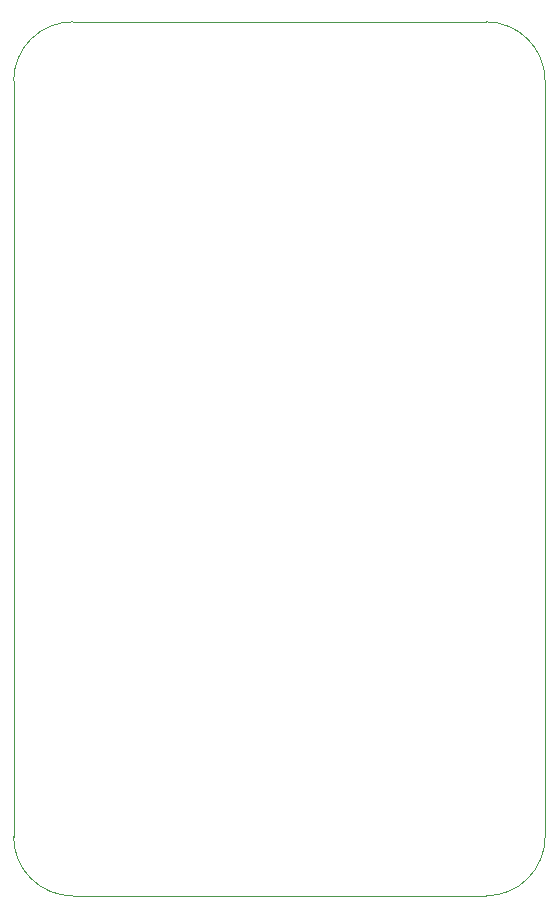
<source format=gbr>
%TF.GenerationSoftware,KiCad,Pcbnew,(5.1.10)-1*%
%TF.CreationDate,2022-05-06T17:00:31+02:00*%
%TF.ProjectId,LTE_HW,4c54455f-4857-42e6-9b69-6361645f7063,rev?*%
%TF.SameCoordinates,Original*%
%TF.FileFunction,Profile,NP*%
%FSLAX46Y46*%
G04 Gerber Fmt 4.6, Leading zero omitted, Abs format (unit mm)*
G04 Created by KiCad (PCBNEW (5.1.10)-1) date 2022-05-06 17:00:31*
%MOMM*%
%LPD*%
G01*
G04 APERTURE LIST*
%TA.AperFunction,Profile*%
%ADD10C,0.050000*%
%TD*%
G04 APERTURE END LIST*
D10*
X150000000Y-145000000D02*
G75*
G02*
X145000000Y-150000000I-5000000J0D01*
G01*
X145000000Y-76000000D02*
G75*
G02*
X150000000Y-81000000I0J-5000000D01*
G01*
X105000000Y-81000000D02*
G75*
G02*
X110000000Y-76000000I5000000J0D01*
G01*
X110000000Y-150000000D02*
G75*
G02*
X105000000Y-145000000I0J5000000D01*
G01*
X145000000Y-76000000D02*
X110000000Y-76000000D01*
X150000000Y-145000000D02*
X150000000Y-81000000D01*
X110000000Y-150000000D02*
X145000000Y-150000000D01*
X105000000Y-81000000D02*
X105000000Y-145000000D01*
M02*

</source>
